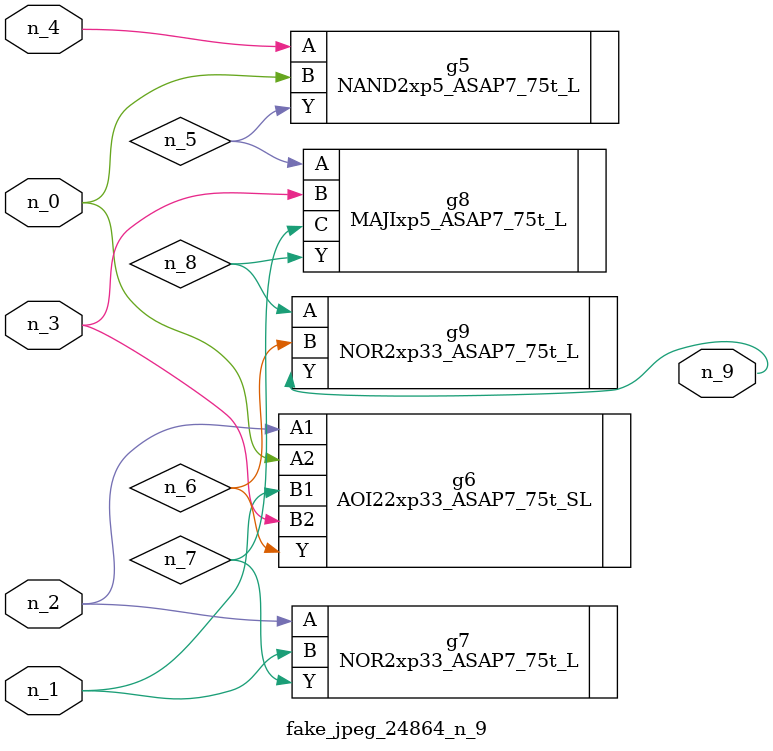
<source format=v>
module fake_jpeg_24864_n_9 (n_3, n_2, n_1, n_0, n_4, n_9);

input n_3;
input n_2;
input n_1;
input n_0;
input n_4;

output n_9;

wire n_8;
wire n_6;
wire n_5;
wire n_7;

NAND2xp5_ASAP7_75t_L g5 ( 
.A(n_4),
.B(n_0),
.Y(n_5)
);

AOI22xp33_ASAP7_75t_SL g6 ( 
.A1(n_2),
.A2(n_0),
.B1(n_1),
.B2(n_3),
.Y(n_6)
);

NOR2xp33_ASAP7_75t_L g7 ( 
.A(n_2),
.B(n_1),
.Y(n_7)
);

MAJIxp5_ASAP7_75t_L g8 ( 
.A(n_5),
.B(n_3),
.C(n_7),
.Y(n_8)
);

NOR2xp33_ASAP7_75t_L g9 ( 
.A(n_8),
.B(n_6),
.Y(n_9)
);


endmodule
</source>
